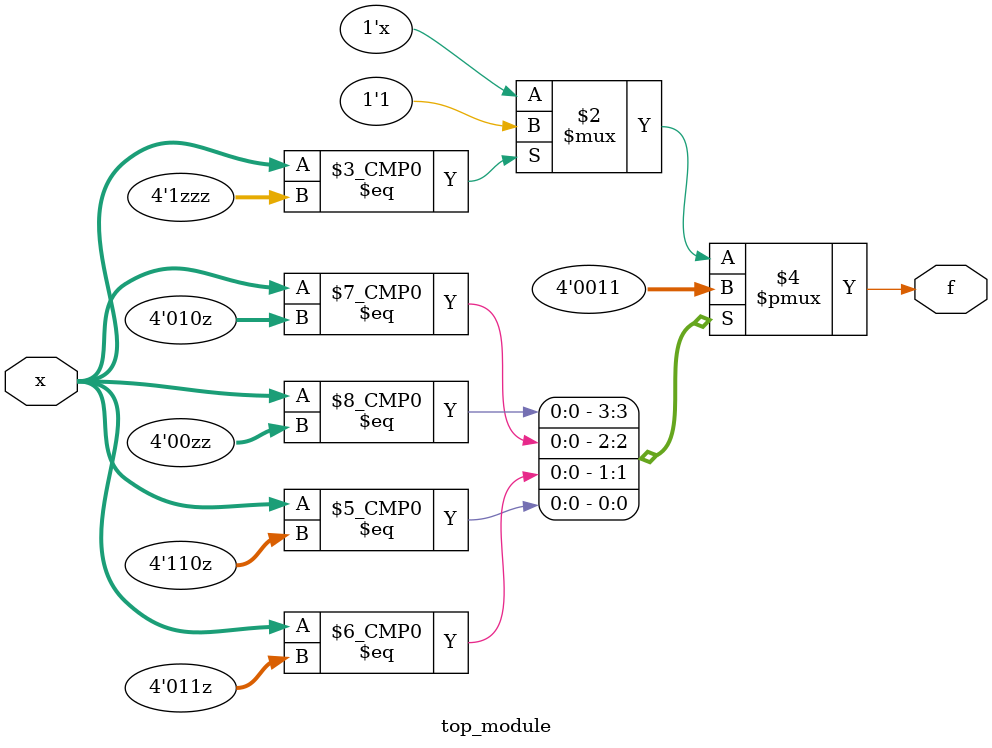
<source format=sv>
module top_module (
    input [4:1] x,
    output logic f
);

always_comb begin
    case (x)
        4'b00??: f = 0;     // when x[3]=0, x[4]=0
        4'b010?: f = 0;     // when x[3]=0, x[4]=1
        4'b011?: f = 1;     // when x[3]=0, x[4]=1
        4'b110?: f = 1;     // when x[3]=1, x[4]=0
        4'b1???: f = 1;     // when x[3]=1, x[4]=1
        default: f = 0;      // for all other cases
    endcase
end

endmodule

</source>
